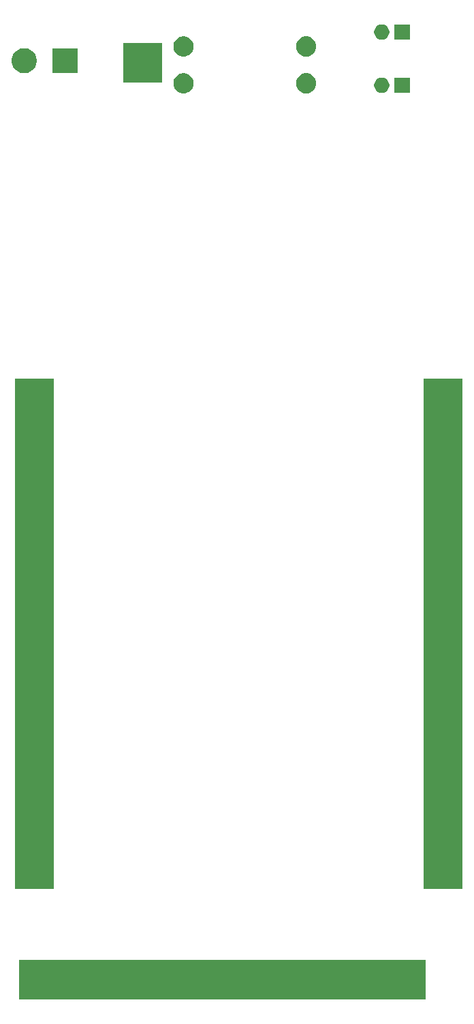
<source format=gbr>
G04 #@! TF.GenerationSoftware,KiCad,Pcbnew,(5.1.2)-2*
G04 #@! TF.CreationDate,2020-05-16T03:45:46+07:00*
G04 #@! TF.ProjectId,STM_SHIELD_V1,53544d5f-5348-4494-954c-445f56312e6b,rev?*
G04 #@! TF.SameCoordinates,Original*
G04 #@! TF.FileFunction,Soldermask,Top*
G04 #@! TF.FilePolarity,Negative*
%FSLAX46Y46*%
G04 Gerber Fmt 4.6, Leading zero omitted, Abs format (unit mm)*
G04 Created by KiCad (PCBNEW (5.1.2)-2) date 2020-05-16 03:45:46*
%MOMM*%
%LPD*%
G04 APERTURE LIST*
%ADD10C,0.100000*%
G04 APERTURE END LIST*
D10*
G36*
X109609000Y-137295000D02*
G01*
X59047000Y-137295000D01*
X59047000Y-132453000D01*
X109609000Y-132453000D01*
X109609000Y-137295000D01*
X109609000Y-137295000D01*
G37*
G36*
X114181000Y-123579000D02*
G01*
X109339000Y-123579000D01*
X109339000Y-60317000D01*
X114181000Y-60317000D01*
X114181000Y-123579000D01*
X114181000Y-123579000D01*
G37*
G36*
X63381000Y-123579000D02*
G01*
X58539000Y-123579000D01*
X58539000Y-60317000D01*
X63381000Y-60317000D01*
X63381000Y-123579000D01*
X63381000Y-123579000D01*
G37*
G36*
X94987239Y-22389101D02*
G01*
X95223053Y-22460634D01*
X95440381Y-22576799D01*
X95630871Y-22733129D01*
X95787201Y-22923619D01*
X95903366Y-23140947D01*
X95974899Y-23376761D01*
X95999053Y-23622000D01*
X95974899Y-23867239D01*
X95903366Y-24103053D01*
X95787201Y-24320381D01*
X95630871Y-24510871D01*
X95440381Y-24667201D01*
X95223053Y-24783366D01*
X94987239Y-24854899D01*
X94803457Y-24873000D01*
X94680543Y-24873000D01*
X94496761Y-24854899D01*
X94260947Y-24783366D01*
X94043619Y-24667201D01*
X93853129Y-24510871D01*
X93696799Y-24320381D01*
X93580634Y-24103053D01*
X93509101Y-23867239D01*
X93484947Y-23622000D01*
X93509101Y-23376761D01*
X93580634Y-23140947D01*
X93696799Y-22923619D01*
X93853129Y-22733129D01*
X94043619Y-22576799D01*
X94260947Y-22460634D01*
X94496761Y-22389101D01*
X94680543Y-22371000D01*
X94803457Y-22371000D01*
X94987239Y-22389101D01*
X94987239Y-22389101D01*
G37*
G36*
X79866903Y-22419075D02*
G01*
X79967236Y-22460634D01*
X80094571Y-22513378D01*
X80299466Y-22650285D01*
X80473715Y-22824534D01*
X80610622Y-23029429D01*
X80610623Y-23029431D01*
X80704925Y-23257097D01*
X80753000Y-23498786D01*
X80753000Y-23745214D01*
X80704925Y-23986903D01*
X80635962Y-24153396D01*
X80610622Y-24214571D01*
X80473715Y-24419466D01*
X80299466Y-24593715D01*
X80094571Y-24730622D01*
X80094570Y-24730623D01*
X80094569Y-24730623D01*
X79866903Y-24824925D01*
X79625214Y-24873000D01*
X79378786Y-24873000D01*
X79137097Y-24824925D01*
X78909431Y-24730623D01*
X78909430Y-24730623D01*
X78909429Y-24730622D01*
X78704534Y-24593715D01*
X78530285Y-24419466D01*
X78393378Y-24214571D01*
X78368039Y-24153396D01*
X78299075Y-23986903D01*
X78251000Y-23745214D01*
X78251000Y-23498786D01*
X78299075Y-23257097D01*
X78393377Y-23029431D01*
X78393378Y-23029429D01*
X78530285Y-22824534D01*
X78704534Y-22650285D01*
X78909429Y-22513378D01*
X79036765Y-22460634D01*
X79137097Y-22419075D01*
X79378786Y-22371000D01*
X79625214Y-22371000D01*
X79866903Y-22419075D01*
X79866903Y-22419075D01*
G37*
G36*
X107631000Y-24827000D02*
G01*
X105729000Y-24827000D01*
X105729000Y-22925000D01*
X107631000Y-22925000D01*
X107631000Y-24827000D01*
X107631000Y-24827000D01*
G37*
G36*
X104417395Y-22961546D02*
G01*
X104590466Y-23033234D01*
X104590467Y-23033235D01*
X104746227Y-23137310D01*
X104878690Y-23269773D01*
X104878691Y-23269775D01*
X104982766Y-23425534D01*
X105054454Y-23598605D01*
X105091000Y-23782333D01*
X105091000Y-23969667D01*
X105054454Y-24153395D01*
X104982766Y-24326466D01*
X104982765Y-24326467D01*
X104878690Y-24482227D01*
X104746227Y-24614690D01*
X104667818Y-24667081D01*
X104590466Y-24718766D01*
X104417395Y-24790454D01*
X104233667Y-24827000D01*
X104046333Y-24827000D01*
X103862605Y-24790454D01*
X103689534Y-24718766D01*
X103612182Y-24667081D01*
X103533773Y-24614690D01*
X103401310Y-24482227D01*
X103297235Y-24326467D01*
X103297234Y-24326466D01*
X103225546Y-24153395D01*
X103189000Y-23969667D01*
X103189000Y-23782333D01*
X103225546Y-23598605D01*
X103297234Y-23425534D01*
X103401309Y-23269775D01*
X103401310Y-23269773D01*
X103533773Y-23137310D01*
X103689533Y-23033235D01*
X103689534Y-23033234D01*
X103862605Y-22961546D01*
X104046333Y-22925000D01*
X104233667Y-22925000D01*
X104417395Y-22961546D01*
X104417395Y-22961546D01*
G37*
G36*
X76843000Y-23503000D02*
G01*
X72001000Y-23503000D01*
X72001000Y-18661000D01*
X76843000Y-18661000D01*
X76843000Y-23503000D01*
X76843000Y-23503000D01*
G37*
G36*
X66321000Y-22379000D02*
G01*
X63219000Y-22379000D01*
X63219000Y-19277000D01*
X66321000Y-19277000D01*
X66321000Y-22379000D01*
X66321000Y-22379000D01*
G37*
G36*
X59934444Y-19295237D02*
G01*
X60142410Y-19336604D01*
X60424674Y-19453521D01*
X60678705Y-19623259D01*
X60894741Y-19839295D01*
X61064479Y-20093326D01*
X61181396Y-20375590D01*
X61241000Y-20675240D01*
X61241000Y-20980760D01*
X61181396Y-21280410D01*
X61064479Y-21562674D01*
X60894741Y-21816705D01*
X60678705Y-22032741D01*
X60424674Y-22202479D01*
X60142410Y-22319396D01*
X59992585Y-22349198D01*
X59842761Y-22379000D01*
X59537239Y-22379000D01*
X59387415Y-22349198D01*
X59237590Y-22319396D01*
X58955326Y-22202479D01*
X58701295Y-22032741D01*
X58485259Y-21816705D01*
X58315521Y-21562674D01*
X58198604Y-21280410D01*
X58139000Y-20980760D01*
X58139000Y-20675240D01*
X58198604Y-20375590D01*
X58315521Y-20093326D01*
X58485259Y-19839295D01*
X58701295Y-19623259D01*
X58955326Y-19453521D01*
X59237590Y-19336604D01*
X59445556Y-19295237D01*
X59537239Y-19277000D01*
X59842761Y-19277000D01*
X59934444Y-19295237D01*
X59934444Y-19295237D01*
G37*
G36*
X79866903Y-17847075D02*
G01*
X79967236Y-17888634D01*
X80094571Y-17941378D01*
X80299466Y-18078285D01*
X80473715Y-18252534D01*
X80610622Y-18457429D01*
X80704925Y-18685097D01*
X80753000Y-18926787D01*
X80753000Y-19173213D01*
X80704925Y-19414903D01*
X80610622Y-19642571D01*
X80473715Y-19847466D01*
X80299466Y-20021715D01*
X80094571Y-20158622D01*
X80094570Y-20158623D01*
X80094569Y-20158623D01*
X79866903Y-20252925D01*
X79625214Y-20301000D01*
X79378786Y-20301000D01*
X79137097Y-20252925D01*
X78909431Y-20158623D01*
X78909430Y-20158623D01*
X78909429Y-20158622D01*
X78704534Y-20021715D01*
X78530285Y-19847466D01*
X78393378Y-19642571D01*
X78299075Y-19414903D01*
X78251000Y-19173213D01*
X78251000Y-18926787D01*
X78299075Y-18685097D01*
X78393378Y-18457429D01*
X78530285Y-18252534D01*
X78704534Y-18078285D01*
X78909429Y-17941378D01*
X79036765Y-17888634D01*
X79137097Y-17847075D01*
X79378786Y-17799000D01*
X79625214Y-17799000D01*
X79866903Y-17847075D01*
X79866903Y-17847075D01*
G37*
G36*
X94987239Y-17817101D02*
G01*
X95223053Y-17888634D01*
X95440381Y-18004799D01*
X95630871Y-18161129D01*
X95787201Y-18351619D01*
X95903366Y-18568947D01*
X95974899Y-18804761D01*
X95999053Y-19050000D01*
X95974899Y-19295239D01*
X95903366Y-19531053D01*
X95787201Y-19748381D01*
X95630871Y-19938871D01*
X95440381Y-20095201D01*
X95223053Y-20211366D01*
X94987239Y-20282899D01*
X94803457Y-20301000D01*
X94680543Y-20301000D01*
X94496761Y-20282899D01*
X94260947Y-20211366D01*
X94043619Y-20095201D01*
X93853129Y-19938871D01*
X93696799Y-19748381D01*
X93580634Y-19531053D01*
X93509101Y-19295239D01*
X93484947Y-19050000D01*
X93509101Y-18804761D01*
X93580634Y-18568947D01*
X93696799Y-18351619D01*
X93853129Y-18161129D01*
X94043619Y-18004799D01*
X94260947Y-17888634D01*
X94496761Y-17817101D01*
X94680543Y-17799000D01*
X94803457Y-17799000D01*
X94987239Y-17817101D01*
X94987239Y-17817101D01*
G37*
G36*
X107631000Y-18223000D02*
G01*
X105729000Y-18223000D01*
X105729000Y-16321000D01*
X107631000Y-16321000D01*
X107631000Y-18223000D01*
X107631000Y-18223000D01*
G37*
G36*
X104417395Y-16357546D02*
G01*
X104590466Y-16429234D01*
X104590467Y-16429235D01*
X104746227Y-16533310D01*
X104878690Y-16665773D01*
X104878691Y-16665775D01*
X104982766Y-16821534D01*
X105054454Y-16994605D01*
X105091000Y-17178333D01*
X105091000Y-17365667D01*
X105054454Y-17549395D01*
X104982766Y-17722466D01*
X104982765Y-17722467D01*
X104878690Y-17878227D01*
X104746227Y-18010690D01*
X104667818Y-18063081D01*
X104590466Y-18114766D01*
X104417395Y-18186454D01*
X104233667Y-18223000D01*
X104046333Y-18223000D01*
X103862605Y-18186454D01*
X103689534Y-18114766D01*
X103612182Y-18063081D01*
X103533773Y-18010690D01*
X103401310Y-17878227D01*
X103297235Y-17722467D01*
X103297234Y-17722466D01*
X103225546Y-17549395D01*
X103189000Y-17365667D01*
X103189000Y-17178333D01*
X103225546Y-16994605D01*
X103297234Y-16821534D01*
X103401309Y-16665775D01*
X103401310Y-16665773D01*
X103533773Y-16533310D01*
X103689533Y-16429235D01*
X103689534Y-16429234D01*
X103862605Y-16357546D01*
X104046333Y-16321000D01*
X104233667Y-16321000D01*
X104417395Y-16357546D01*
X104417395Y-16357546D01*
G37*
M02*

</source>
